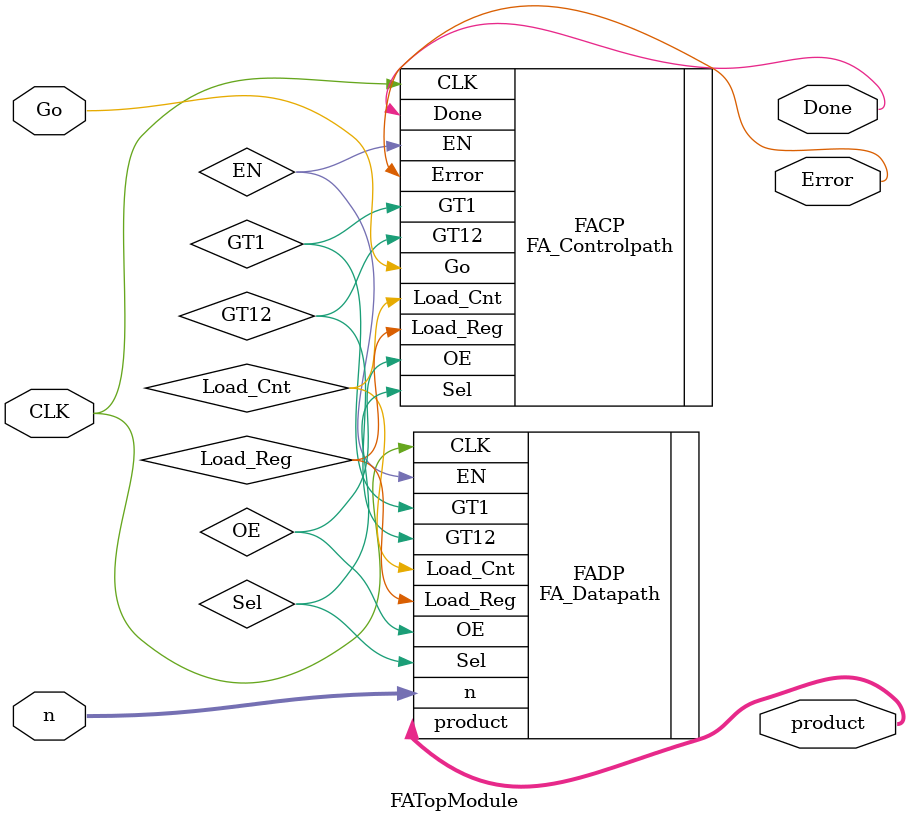
<source format=v>
`timescale 1ns / 1ps


module FATopModule(
    input Go,
    input CLK,
    input[3:0] n,
    output Done,
    output Error,
    output[31:0] product
    );
    
    wire Sel, Load_Reg, Load_Cnt, OE, EN;
    wire GT1, GT12;
    
    FA_Datapath FADP(.CLK(CLK), 
                     .EN(EN), 
                     .n(n), 
                     .Sel(Sel), 
                     .Load_Reg(Load_Reg), 
                     .Load_Cnt(Load_Cnt), 
                     .OE(OE), 
                     .GT1(GT1), 
                     .GT12(GT12), 
                     .product(product));
    
    FA_Controlpath FACP(.EN(EN), 
                        .Go(Go), 
                        .CLK(CLK), 
                        .Sel(Sel), 
                        .Load_Reg(Load_Reg), 
                        .Load_Cnt(Load_Cnt), 
                        .OE(OE), 
                        .GT1(GT1), 
                        .GT12(GT12), 
                        .Done(Done), 
                        .Error(Error));
endmodule

</source>
